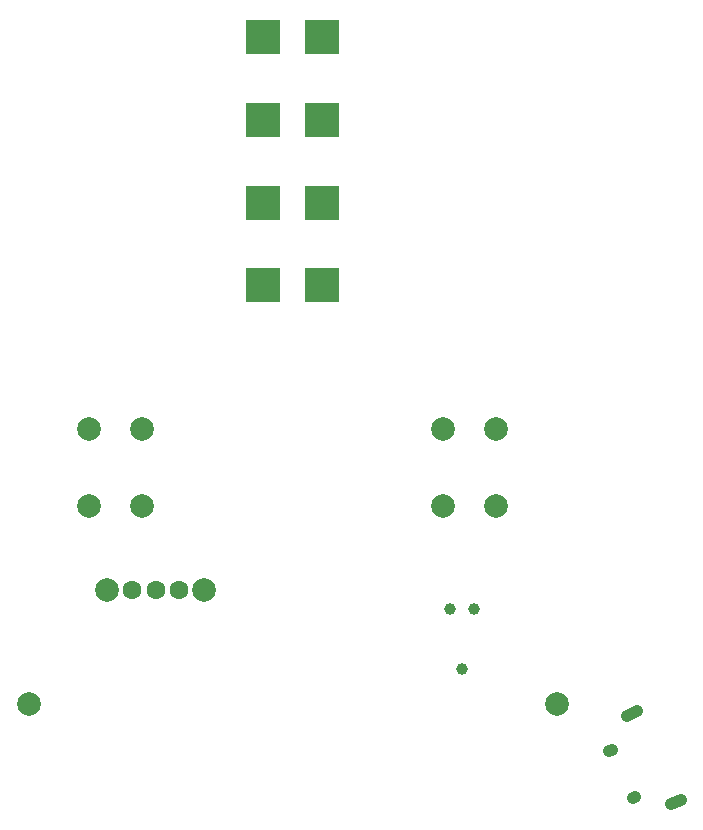
<source format=gbs>
G04 #@! TF.FileFunction,Soldermask,Bot*
%FSLAX46Y46*%
G04 Gerber Fmt 4.6, Leading zero omitted, Abs format (unit mm)*
G04 Created by KiCad (PCBNEW 4.0.0-rc1-stable) date 15/10/2016 23:52:11*
%MOMM*%
G01*
G04 APERTURE LIST*
%ADD10C,0.100000*%
%ADD11C,2.000000*%
%ADD12C,1.600000*%
%ADD13C,1.000000*%
%ADD14C,1.000000*%
%ADD15R,3.000000X3.000000*%
G04 APERTURE END LIST*
D10*
D11*
X139350000Y-114900000D03*
X94650000Y-114900000D03*
D12*
X105400000Y-105300000D03*
X103400000Y-105300000D03*
X107400000Y-105300000D03*
D11*
X109500000Y-105300000D03*
X101300000Y-105300000D03*
D13*
X143809504Y-118909754D02*
X144033042Y-118797814D01*
X145802032Y-122888740D02*
X146025570Y-122776800D01*
X145328237Y-115968398D02*
X146132975Y-115565414D01*
X149067025Y-123434586D02*
X149871763Y-123031602D01*
D14*
X131365000Y-111940000D03*
X132381000Y-106860000D03*
X130349000Y-106860000D03*
D11*
X99750000Y-91650000D03*
X104250000Y-91650000D03*
X104250000Y-98150000D03*
X99750000Y-98150000D03*
X129750000Y-91650000D03*
X134250000Y-91650000D03*
X134250000Y-98150000D03*
X129750000Y-98150000D03*
D15*
X114500000Y-58500000D03*
X114500000Y-65500000D03*
X114500000Y-72500000D03*
X114500000Y-79500000D03*
X119500000Y-79500000D03*
X119500000Y-72500000D03*
X119500000Y-65500000D03*
X119500000Y-58500000D03*
M02*

</source>
